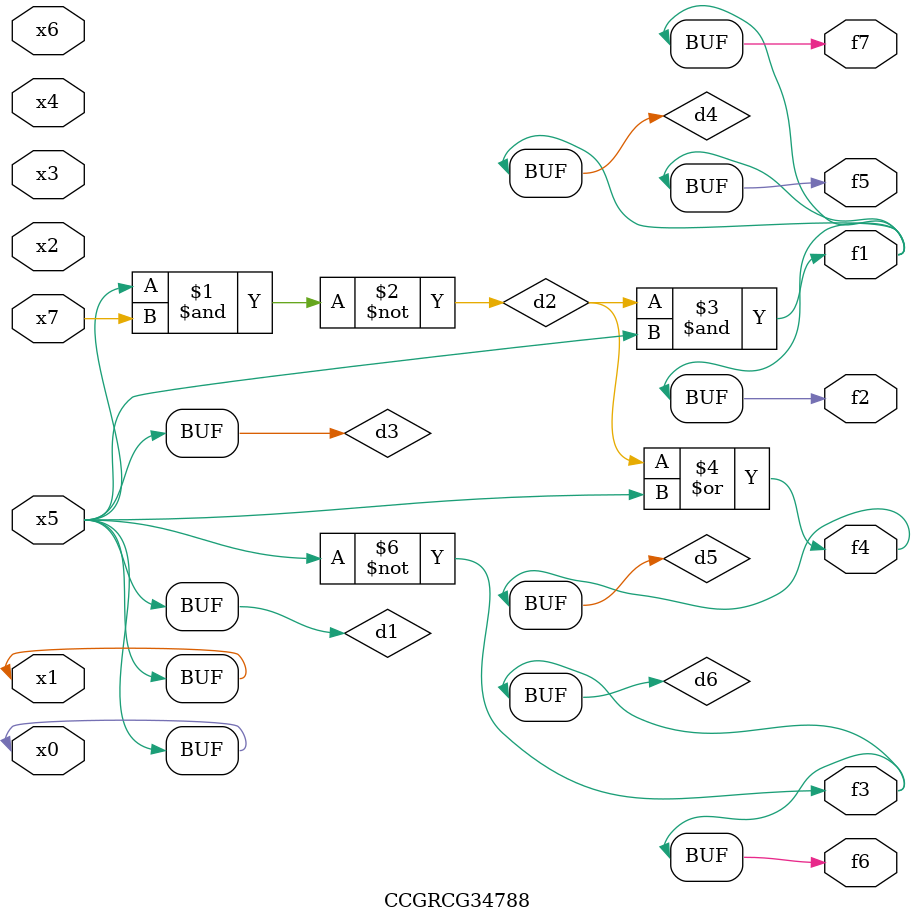
<source format=v>
module CCGRCG34788(
	input x0, x1, x2, x3, x4, x5, x6, x7,
	output f1, f2, f3, f4, f5, f6, f7
);

	wire d1, d2, d3, d4, d5, d6;

	buf (d1, x0, x5);
	nand (d2, x5, x7);
	buf (d3, x0, x1);
	and (d4, d2, d3);
	or (d5, d2, d3);
	nor (d6, d1, d3);
	assign f1 = d4;
	assign f2 = d4;
	assign f3 = d6;
	assign f4 = d5;
	assign f5 = d4;
	assign f6 = d6;
	assign f7 = d4;
endmodule

</source>
